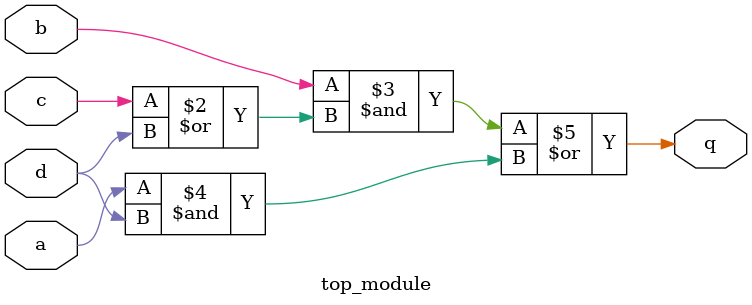
<source format=sv>
module top_module (
    input a, 
    input b, 
    input c, 
    input d,
    output reg q
);
    always @(*) begin
        // Implementing the logic based on the given waveforms
        q = (b & (c | d)) | (a & d);
    end
endmodule

</source>
